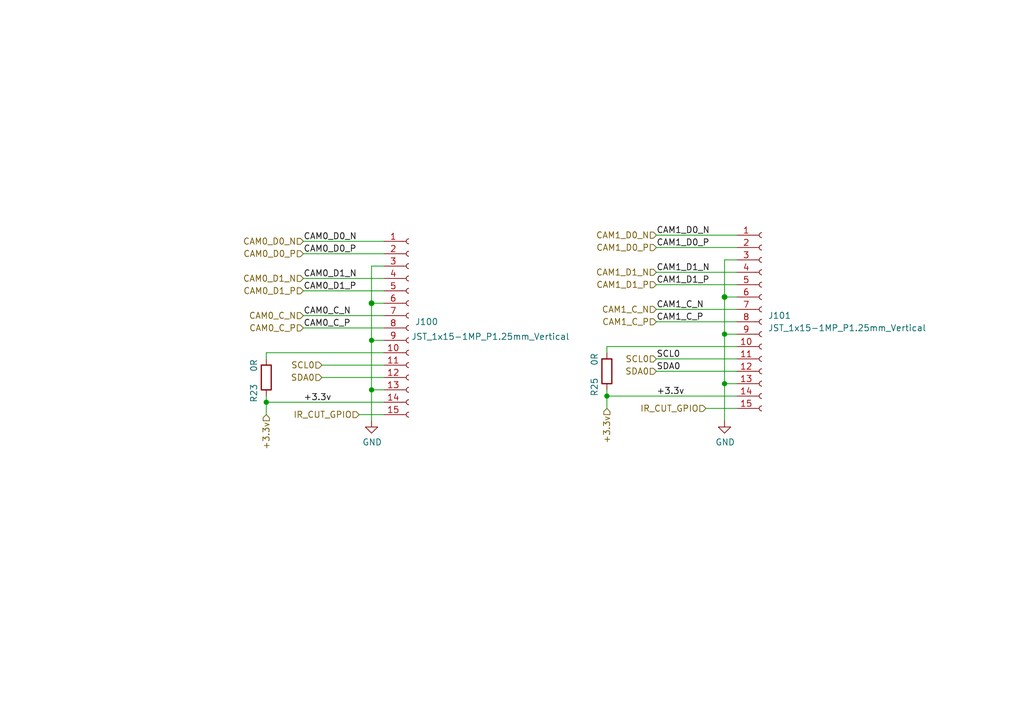
<source format=kicad_sch>
(kicad_sch (version 20231120) (generator "eeschema") (generator_version "8.0")
  (paper "A5")
  (lib_symbols
    (symbol "Connector:Conn_01x15_Female" (pin_names (offset 1.016) hide)
      (property "Reference" "J" (at 0 20.32 0))
      (property "Value" "Conn_01x15_Female" (at 0 -20.32 0))
      (symbol "Conn_01x15_Female_1_1"
        (arc (start 0 -17.272) (mid -0.5058 -17.78) (end 0 -18.288) (stroke (width 0.1524)))
        (arc (start 0 -14.732) (mid -0.5058 -15.24) (end 0 -15.748) (stroke (width 0.1524)))
        (arc (start 0 -12.192) (mid -0.5058 -12.7) (end 0 -13.208) (stroke (width 0.1524)))
        (arc (start 0 -9.652) (mid -0.5058 -10.16) (end 0 -10.668) (stroke (width 0.1524)))
        (arc (start 0 -7.112) (mid -0.5058 -7.62) (end 0 -8.128) (stroke (width 0.1524)))
        (arc (start 0 -4.572) (mid -0.5058 -5.08) (end 0 -5.588) (stroke (width 0.1524)))
        (arc (start 0 -2.032) (mid -0.5058 -2.54) (end 0 -3.048) (stroke (width 0.1524)))
        (polyline (pts (xy -1.27 -17.78) (xy -0.508 -17.78)) (stroke (width 0.1524)))
        (polyline (pts (xy -1.27 -15.24) (xy -0.508 -15.24)) (stroke (width 0.1524)))
        (polyline (pts (xy -1.27 -12.7) (xy -0.508 -12.7)) (stroke (width 0.1524)))
        (polyline (pts (xy -1.27 -10.16) (xy -0.508 -10.16)) (stroke (width 0.1524)))
        (polyline (pts (xy -1.27 -7.62) (xy -0.508 -7.62)) (stroke (width 0.1524)))
        (polyline (pts (xy -1.27 -5.08) (xy -0.508 -5.08)) (stroke (width 0.1524)))
        (polyline (pts (xy -1.27 -2.54) (xy -0.508 -2.54)) (stroke (width 0.1524)))
        (polyline (pts (xy -1.27 0) (xy -0.508 0)) (stroke (width 0.1524)))
        (polyline (pts (xy -1.27 2.54) (xy -0.508 2.54)) (stroke (width 0.1524)))
        (polyline (pts (xy -1.27 5.08) (xy -0.508 5.08)) (stroke (width 0.1524)))
        (polyline (pts (xy -1.27 7.62) (xy -0.508 7.62)) (stroke (width 0.1524)))
        (polyline (pts (xy -1.27 10.16) (xy -0.508 10.16)) (stroke (width 0.1524)))
        (polyline (pts (xy -1.27 12.7) (xy -0.508 12.7)) (stroke (width 0.1524)))
        (polyline (pts (xy -1.27 15.24) (xy -0.508 15.24)) (stroke (width 0.1524)))
        (polyline (pts (xy -1.27 17.78) (xy -0.508 17.78)) (stroke (width 0.1524)))
        (arc (start 0 0.508) (mid -0.5058 0) (end 0 -0.508) (stroke (width 0.1524)))
        (arc (start 0 3.048) (mid -0.5058 2.54) (end 0 2.032) (stroke (width 0.1524)))
        (arc (start 0 5.588) (mid -0.5058 5.08) (end 0 4.572) (stroke (width 0.1524)))
        (arc (start 0 8.128) (mid -0.5058 7.62) (end 0 7.112) (stroke (width 0.1524)))
        (arc (start 0 10.668) (mid -0.5058 10.16) (end 0 9.652) (stroke (width 0.1524)))
        (arc (start 0 13.208) (mid -0.5058 12.7) (end 0 12.192) (stroke (width 0.1524)))
        (arc (start 0 15.748) (mid -0.5058 15.24) (end 0 14.732) (stroke (width 0.1524)))
        (arc (start 0 18.288) (mid -0.5058 17.78) (end 0 17.272) (stroke (width 0.1524)))
        (pin passive line (at -5.08 17.78 0) (length 3.81) (name "Pin_1") (number "1"))
        (pin passive line (at -5.08 -5.08 0) (length 3.81) (name "Pin_10") (number "10"))
        (pin passive line (at -5.08 -7.62 0) (length 3.81) (name "Pin_11") (number "11"))
        (pin passive line (at -5.08 -10.16 0) (length 3.81) (name "Pin_12") (number "12"))
        (pin passive line (at -5.08 -12.7 0) (length 3.81) (name "Pin_13") (number "13"))
        (pin passive line (at -5.08 -15.24 0) (length 3.81) (name "Pin_14") (number "14"))
        (pin passive line (at -5.08 -17.78 0) (length 3.81) (name "Pin_15") (number "15"))
        (pin passive line (at -5.08 15.24 0) (length 3.81) (name "Pin_2") (number "2"))
        (pin passive line (at -5.08 12.7 0) (length 3.81) (name "Pin_3") (number "3"))
        (pin passive line (at -5.08 10.16 0) (length 3.81) (name "Pin_4") (number "4"))
        (pin passive line (at -5.08 7.62 0) (length 3.81) (name "Pin_5") (number "5"))
        (pin passive line (at -5.08 5.08 0) (length 3.81) (name "Pin_6") (number "6"))
        (pin passive line (at -5.08 2.54 0) (length 3.81) (name "Pin_7") (number "7"))
        (pin passive line (at -5.08 0 0) (length 3.81) (name "Pin_8") (number "8"))
        (pin passive line (at -5.08 -2.54 0) (length 3.81) (name "Pin_9") (number "9"))
      )
    )
    (symbol "Device:R" (pin_numbers hide) (pin_names (offset 0))
      (property "Reference" "R" (at 2.032 0 90))
      (property "Value" "R" (at 0 0 90))
      (symbol "R_0_1"
        (rectangle (start -1.016 -2.54) (end 1.016 2.54) (stroke (width 0.254)))
      )
      (symbol "R_1_1"
        (pin passive line (at 0 3.81 270) (length 1.27) (name "~") (number "1"))
        (pin passive line (at 0 -3.81 90) (length 1.27) (name "~") (number "2"))
      )
    )
    (symbol "power:GND" (power) (pin_names (offset 0))
      (property "Value" "GND" (at 0 -3.81 0))
      (symbol "GND_0_1"
        (polyline (pts (xy 0 0) (xy 0 -1.27) (xy 1.27 -1.27) (xy 0 -2.54) (xy -1.27 -1.27) (xy 0 -1.27)))
      )
      (symbol "GND_1_1"
        (pin power_in line (at 0 0 270) (length 0) hide (name "GND") (number "1"))
      )
    )
  )
  (junction (at 148.59 78.74))
  (junction (at 148.59 68.58))
  (junction (at 124.46 81.28))
  (junction (at 148.59 60.96) (diameter 1.016))
  (junction (at 54.61 82.55))
  (junction (at 76.2 69.85))
  (junction (at 76.2 62.23) (diameter 1.016))
  (junction (at 76.2 80.01))
  (wire (pts (xy 76.2 62.23) (xy 78.74 62.23)))
  (wire (pts (xy 76.2 80.01) (xy 76.2 86.36)))
  (wire (pts (xy 148.59 53.34) (xy 151.13 53.34)))
  (wire (pts (xy 54.61 72.39) (xy 78.74 72.39)))
  (wire (pts (xy 148.59 60.96) (xy 151.13 60.96)))
  (wire (pts (xy 76.2 80.01) (xy 78.74 80.01)))
  (wire (pts (xy 134.62 50.8) (xy 151.13 50.8)))
  (wire (pts (xy 66.04 74.93) (xy 78.74 74.93)))
  (wire (pts (xy 148.59 60.96) (xy 148.59 68.58)))
  (wire (pts (xy 144.78 83.82) (xy 151.13 83.82)))
  (wire (pts (xy 54.61 82.55) (xy 78.74 82.55)))
  (wire (pts (xy 134.62 55.88) (xy 151.13 55.88)))
  (wire (pts (xy 76.2 69.85) (xy 78.74 69.85)))
  (wire (pts (xy 124.46 80.01) (xy 124.46 81.28)))
  (wire (pts (xy 151.13 73.66) (xy 134.62 73.66)))
  (wire (pts (xy 148.59 78.74) (xy 148.59 86.36)))
  (wire (pts (xy 73.66 85.09) (xy 78.74 85.09)))
  (wire (pts (xy 124.46 71.12) (xy 124.46 72.39)))
  (wire (pts (xy 54.61 81.28) (xy 54.61 82.55)))
  (wire (pts (xy 124.46 83.82) (xy 124.46 81.28)))
  (wire (pts (xy 124.46 81.28) (xy 151.13 81.28)))
  (wire (pts (xy 134.62 63.5) (xy 151.13 63.5)))
  (wire (pts (xy 134.62 48.26) (xy 151.13 48.26)))
  (wire (pts (xy 124.46 71.12) (xy 151.13 71.12)))
  (wire (pts (xy 76.2 69.85) (xy 76.2 80.01)))
  (wire (pts (xy 62.23 59.69) (xy 78.74 59.69)))
  (wire (pts (xy 62.23 49.53) (xy 78.74 49.53)))
  (wire (pts (xy 76.2 54.61) (xy 76.2 62.23)))
  (wire (pts (xy 134.62 58.42) (xy 151.13 58.42)))
  (wire (pts (xy 148.59 53.34) (xy 148.59 60.96)))
  (wire (pts (xy 62.23 64.77) (xy 78.74 64.77)))
  (wire (pts (xy 76.2 54.61) (xy 78.74 54.61)))
  (wire (pts (xy 62.23 57.15) (xy 78.74 57.15)))
  (wire (pts (xy 62.23 67.31) (xy 78.74 67.31)))
  (wire (pts (xy 148.59 78.74) (xy 151.13 78.74)))
  (wire (pts (xy 54.61 72.39) (xy 54.61 73.66)))
  (wire (pts (xy 134.62 66.04) (xy 151.13 66.04)))
  (wire (pts (xy 76.2 62.23) (xy 76.2 69.85)))
  (wire (pts (xy 62.23 52.07) (xy 78.74 52.07)))
  (wire (pts (xy 148.59 68.58) (xy 148.59 78.74)))
  (wire (pts (xy 54.61 85.09) (xy 54.61 82.55)))
  (wire (pts (xy 78.74 77.47) (xy 66.04 77.47)))
  (wire (pts (xy 148.59 68.58) (xy 151.13 68.58)))
  (wire (pts (xy 151.13 76.2) (xy 134.62 76.2)))
  (label "CAM1_D0_P" (at 134.62 50.8 0))
  (label "+3.3v" (at 62.23 82.55 0))
  (label "SCL0" (at 134.62 73.66 0))
  (label "+3.3v" (at 134.62 81.28 0))
  (label "CAM0_D0_P" (at 62.23 52.07 0))
  (label "SDA0" (at 134.62 76.2 0))
  (label "CAM0_C_N" (at 62.23 64.77 0))
  (label "CAM1_D1_N" (at 134.62 55.88 0))
  (label "CAM0_D1_N" (at 62.23 57.15 0))
  (label "CAM1_C_P" (at 134.62 66.04 0))
  (label "CAM1_D0_N" (at 134.62 48.26 0))
  (label "CAM1_D1_P" (at 134.62 58.42 0))
  (label "CAM0_C_P" (at 62.23 67.31 0))
  (label "CAM1_C_N" (at 134.62 63.5 0))
  (label "CAM0_D1_P" (at 62.23 59.69 0))
  (label "CAM0_D0_N" (at 62.23 49.53 0))
  (hierarchical_label "CAM1_C_N" (shape input) (at 134.62 63.5 180))
  (hierarchical_label "CAM1_D1_N" (shape input) (at 134.62 55.88 180))
  (hierarchical_label "CAM1_C_P" (shape input) (at 134.62 66.04 180))
  (hierarchical_label "CAM0_D0_P" (shape input) (at 62.23 52.07 180))
  (hierarchical_label "CAM0_D0_N" (shape input) (at 62.23 49.53 180))
  (hierarchical_label "SCL0" (shape input) (at 134.62 73.66 180))
  (hierarchical_label "IR_CUT_GPIO" (shape input) (at 73.66 85.09 180))
  (hierarchical_label "SDA0" (shape input) (at 134.62 76.2 180))
  (hierarchical_label "CAM0_C_P" (shape input) (at 62.23 67.31 180))
  (hierarchical_label "CAM1_D0_P" (shape input) (at 134.62 50.8 180))
  (hierarchical_label "CAM0_D1_P" (shape input) (at 62.23 59.69 180))
  (hierarchical_label "+3.3v" (shape input) (at 54.61 85.09 270))
  (hierarchical_label "CAM0_D1_N" (shape input) (at 62.23 57.15 180))
  (hierarchical_label "CAM1_D1_P" (shape input) (at 134.62 58.42 180))
  (hierarchical_label "CAM0_C_N" (shape input) (at 62.23 64.77 180))
  (hierarchical_label "+3.3v" (shape input) (at 124.46 83.82 270))
  (hierarchical_label "CAM1_D0_N" (shape input) (at 134.6282 48.26 180))
  (hierarchical_label "IR_CUT_GPIO" (shape input) (at 144.78 83.82 180))
  (hierarchical_label "SDA0" (shape input) (at 66.04 77.47 180))
  (hierarchical_label "SCL0" (shape input) (at 66.04 74.93 180))
  (symbol (lib_id "Connector:Conn_01x15_Female") (at 156.21 66.04 0) (unit 1)
    (property "Reference" "J101" (at 157.48 64.7699 0) (effects (justify left)))
    (property "Value" "JST_1x15-1MP_P1.25mm_Vertical" (at 157.48 67.3099 0) (effects (justify left)))
    (property "Footprint" "CamTracker:JST_1x15-1MP_P1.25mm_Vertical" (effects (hide yes)))
    (property "MPN" "1.25mm间距 立贴 1*15p" (effects (hide yes)))
  )
  (symbol (lib_id "power:GND") (at 76.2 86.36 0) (unit 1)
    (property "Reference" "#PWR064" (effects (hide yes)))
    (property "Value" "GND" (at 76.327 90.7542 0))
  )
  (symbol (lib_id "Device:R") (at 124.46 76.2 180) (unit 1)
    (property "Reference" "R25" (at 121.92 77.47 90) (effects (justify left)))
    (property "Value" "0R" (at 121.92 72.39 90) (effects (justify left)))
    (property "Footprint" "Resistor_SMD:R_0603_1608Metric" (effects (hide yes)))
    (property "Datasheet" "https://fscdn.rohm.com/en/products/databook/datasheet/passive/resistor/chip_resistor/mcr-e.pdf" (effects (hide yes)))
    (property "Field4" "Farnell" (effects (hide yes)))
    (property "Field5" "9233750" (effects (hide yes)))
    (property "Field7" "Rohm" (effects (hide yes)))
    (property "Field6" "MCR10EZPJ000" (effects (hide yes)))
    (property "Part Description" "Resistor 0R M2012 5% " (effects (hide yes)))
    (property "Field8" "121629591" (effects (hide yes)))
  )
  (symbol (lib_id "power:GND") (at 148.59 86.36 0) (unit 1)
    (property "Reference" "#PWR065" (effects (hide yes)))
    (property "Value" "GND" (at 148.717 90.7542 0))
  )
  (symbol (lib_id "Connector:Conn_01x15_Female") (at 83.82 67.31 0) (unit 1)
    (property "Reference" "J100" (at 85.09 66.0399 0) (effects (justify left)))
    (property "Value" "JST_1x15-1MP_P1.25mm_Vertical" (at 84.328 69.088 0) (effects (justify left)))
    (property "Footprint" "CamTracker:JST_1x15-1MP_P1.25mm_Vertical" (effects (hide yes)))
    (property "MPN" "1.25mm间距 立贴 1*15p" (effects (hide yes)))
  )
  (symbol (lib_id "Device:R") (at 54.61 77.47 180) (unit 1)
    (property "Reference" "R23" (at 52.07 78.74 90) (effects (justify left)))
    (property "Value" "0R" (at 52.07 73.66 90) (effects (justify left)))
    (property "Footprint" "Resistor_SMD:R_0603_1608Metric" (effects (hide yes)))
    (property "Datasheet" "https://fscdn.rohm.com/en/products/databook/datasheet/passive/resistor/chip_resistor/mcr-e.pdf" (effects (hide yes)))
    (property "Field4" "Farnell" (effects (hide yes)))
    (property "Field5" "9233750" (effects (hide yes)))
    (property "Field7" "Rohm" (effects (hide yes)))
    (property "Field6" "MCR10EZPJ000" (effects (hide yes)))
    (property "Part Description" "Resistor 0R M2012 5% " (effects (hide yes)))
    (property "Field8" "121629591" (effects (hide yes)))
  )
)
</source>
